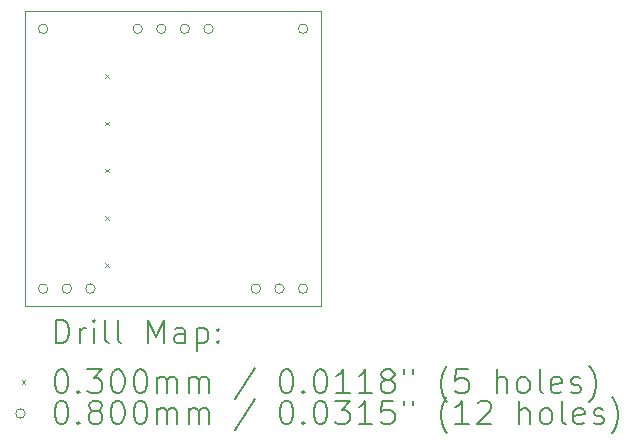
<source format=gbr>
%TF.GenerationSoftware,KiCad,Pcbnew,8.0.3*%
%TF.CreationDate,2024-07-13T00:09:22+02:00*%
%TF.ProjectId,Led Nixie,4c656420-4e69-4786-9965-2e6b69636164,rev?*%
%TF.SameCoordinates,Original*%
%TF.FileFunction,Drillmap*%
%TF.FilePolarity,Positive*%
%FSLAX45Y45*%
G04 Gerber Fmt 4.5, Leading zero omitted, Abs format (unit mm)*
G04 Created by KiCad (PCBNEW 8.0.3) date 2024-07-13 00:09:22*
%MOMM*%
%LPD*%
G01*
G04 APERTURE LIST*
%ADD10C,0.050000*%
%ADD11C,0.200000*%
%ADD12C,0.100000*%
G04 APERTURE END LIST*
D10*
X8750000Y-2750000D02*
X11250000Y-2750000D01*
X11250000Y-5250000D01*
X8750000Y-5250000D01*
X8750000Y-2750000D01*
D11*
D12*
X9425000Y-3285000D02*
X9455000Y-3315000D01*
X9455000Y-3285000D02*
X9425000Y-3315000D01*
X9425000Y-3685000D02*
X9455000Y-3715000D01*
X9455000Y-3685000D02*
X9425000Y-3715000D01*
X9425000Y-4085000D02*
X9455000Y-4115000D01*
X9455000Y-4085000D02*
X9425000Y-4115000D01*
X9425000Y-4485000D02*
X9455000Y-4515000D01*
X9455000Y-4485000D02*
X9425000Y-4515000D01*
X9425000Y-4885000D02*
X9455000Y-4915000D01*
X9455000Y-4885000D02*
X9425000Y-4915000D01*
X8940000Y-2900000D02*
G75*
G02*
X8860000Y-2900000I-40000J0D01*
G01*
X8860000Y-2900000D02*
G75*
G02*
X8940000Y-2900000I40000J0D01*
G01*
X8940000Y-5100000D02*
G75*
G02*
X8860000Y-5100000I-40000J0D01*
G01*
X8860000Y-5100000D02*
G75*
G02*
X8940000Y-5100000I40000J0D01*
G01*
X9140000Y-5100000D02*
G75*
G02*
X9060000Y-5100000I-40000J0D01*
G01*
X9060000Y-5100000D02*
G75*
G02*
X9140000Y-5100000I40000J0D01*
G01*
X9340000Y-5100000D02*
G75*
G02*
X9260000Y-5100000I-40000J0D01*
G01*
X9260000Y-5100000D02*
G75*
G02*
X9340000Y-5100000I40000J0D01*
G01*
X9740000Y-2900000D02*
G75*
G02*
X9660000Y-2900000I-40000J0D01*
G01*
X9660000Y-2900000D02*
G75*
G02*
X9740000Y-2900000I40000J0D01*
G01*
X9940000Y-2900000D02*
G75*
G02*
X9860000Y-2900000I-40000J0D01*
G01*
X9860000Y-2900000D02*
G75*
G02*
X9940000Y-2900000I40000J0D01*
G01*
X10140000Y-2900000D02*
G75*
G02*
X10060000Y-2900000I-40000J0D01*
G01*
X10060000Y-2900000D02*
G75*
G02*
X10140000Y-2900000I40000J0D01*
G01*
X10340000Y-2900000D02*
G75*
G02*
X10260000Y-2900000I-40000J0D01*
G01*
X10260000Y-2900000D02*
G75*
G02*
X10340000Y-2900000I40000J0D01*
G01*
X10740000Y-5100000D02*
G75*
G02*
X10660000Y-5100000I-40000J0D01*
G01*
X10660000Y-5100000D02*
G75*
G02*
X10740000Y-5100000I40000J0D01*
G01*
X10940000Y-5100000D02*
G75*
G02*
X10860000Y-5100000I-40000J0D01*
G01*
X10860000Y-5100000D02*
G75*
G02*
X10940000Y-5100000I40000J0D01*
G01*
X11140000Y-2900000D02*
G75*
G02*
X11060000Y-2900000I-40000J0D01*
G01*
X11060000Y-2900000D02*
G75*
G02*
X11140000Y-2900000I40000J0D01*
G01*
X11140000Y-5100000D02*
G75*
G02*
X11060000Y-5100000I-40000J0D01*
G01*
X11060000Y-5100000D02*
G75*
G02*
X11140000Y-5100000I40000J0D01*
G01*
D11*
X9008277Y-5563984D02*
X9008277Y-5363984D01*
X9008277Y-5363984D02*
X9055896Y-5363984D01*
X9055896Y-5363984D02*
X9084467Y-5373508D01*
X9084467Y-5373508D02*
X9103515Y-5392555D01*
X9103515Y-5392555D02*
X9113039Y-5411603D01*
X9113039Y-5411603D02*
X9122563Y-5449698D01*
X9122563Y-5449698D02*
X9122563Y-5478270D01*
X9122563Y-5478270D02*
X9113039Y-5516365D01*
X9113039Y-5516365D02*
X9103515Y-5535412D01*
X9103515Y-5535412D02*
X9084467Y-5554460D01*
X9084467Y-5554460D02*
X9055896Y-5563984D01*
X9055896Y-5563984D02*
X9008277Y-5563984D01*
X9208277Y-5563984D02*
X9208277Y-5430650D01*
X9208277Y-5468746D02*
X9217801Y-5449698D01*
X9217801Y-5449698D02*
X9227324Y-5440174D01*
X9227324Y-5440174D02*
X9246372Y-5430650D01*
X9246372Y-5430650D02*
X9265420Y-5430650D01*
X9332086Y-5563984D02*
X9332086Y-5430650D01*
X9332086Y-5363984D02*
X9322563Y-5373508D01*
X9322563Y-5373508D02*
X9332086Y-5383031D01*
X9332086Y-5383031D02*
X9341610Y-5373508D01*
X9341610Y-5373508D02*
X9332086Y-5363984D01*
X9332086Y-5363984D02*
X9332086Y-5383031D01*
X9455896Y-5563984D02*
X9436848Y-5554460D01*
X9436848Y-5554460D02*
X9427324Y-5535412D01*
X9427324Y-5535412D02*
X9427324Y-5363984D01*
X9560658Y-5563984D02*
X9541610Y-5554460D01*
X9541610Y-5554460D02*
X9532086Y-5535412D01*
X9532086Y-5535412D02*
X9532086Y-5363984D01*
X9789229Y-5563984D02*
X9789229Y-5363984D01*
X9789229Y-5363984D02*
X9855896Y-5506841D01*
X9855896Y-5506841D02*
X9922563Y-5363984D01*
X9922563Y-5363984D02*
X9922563Y-5563984D01*
X10103515Y-5563984D02*
X10103515Y-5459222D01*
X10103515Y-5459222D02*
X10093991Y-5440174D01*
X10093991Y-5440174D02*
X10074944Y-5430650D01*
X10074944Y-5430650D02*
X10036848Y-5430650D01*
X10036848Y-5430650D02*
X10017801Y-5440174D01*
X10103515Y-5554460D02*
X10084467Y-5563984D01*
X10084467Y-5563984D02*
X10036848Y-5563984D01*
X10036848Y-5563984D02*
X10017801Y-5554460D01*
X10017801Y-5554460D02*
X10008277Y-5535412D01*
X10008277Y-5535412D02*
X10008277Y-5516365D01*
X10008277Y-5516365D02*
X10017801Y-5497317D01*
X10017801Y-5497317D02*
X10036848Y-5487793D01*
X10036848Y-5487793D02*
X10084467Y-5487793D01*
X10084467Y-5487793D02*
X10103515Y-5478270D01*
X10198753Y-5430650D02*
X10198753Y-5630650D01*
X10198753Y-5440174D02*
X10217801Y-5430650D01*
X10217801Y-5430650D02*
X10255896Y-5430650D01*
X10255896Y-5430650D02*
X10274944Y-5440174D01*
X10274944Y-5440174D02*
X10284467Y-5449698D01*
X10284467Y-5449698D02*
X10293991Y-5468746D01*
X10293991Y-5468746D02*
X10293991Y-5525889D01*
X10293991Y-5525889D02*
X10284467Y-5544936D01*
X10284467Y-5544936D02*
X10274944Y-5554460D01*
X10274944Y-5554460D02*
X10255896Y-5563984D01*
X10255896Y-5563984D02*
X10217801Y-5563984D01*
X10217801Y-5563984D02*
X10198753Y-5554460D01*
X10379705Y-5544936D02*
X10389229Y-5554460D01*
X10389229Y-5554460D02*
X10379705Y-5563984D01*
X10379705Y-5563984D02*
X10370182Y-5554460D01*
X10370182Y-5554460D02*
X10379705Y-5544936D01*
X10379705Y-5544936D02*
X10379705Y-5563984D01*
X10379705Y-5440174D02*
X10389229Y-5449698D01*
X10389229Y-5449698D02*
X10379705Y-5459222D01*
X10379705Y-5459222D02*
X10370182Y-5449698D01*
X10370182Y-5449698D02*
X10379705Y-5440174D01*
X10379705Y-5440174D02*
X10379705Y-5459222D01*
D12*
X8717500Y-5877500D02*
X8747500Y-5907500D01*
X8747500Y-5877500D02*
X8717500Y-5907500D01*
D11*
X9046372Y-5783984D02*
X9065420Y-5783984D01*
X9065420Y-5783984D02*
X9084467Y-5793508D01*
X9084467Y-5793508D02*
X9093991Y-5803031D01*
X9093991Y-5803031D02*
X9103515Y-5822079D01*
X9103515Y-5822079D02*
X9113039Y-5860174D01*
X9113039Y-5860174D02*
X9113039Y-5907793D01*
X9113039Y-5907793D02*
X9103515Y-5945888D01*
X9103515Y-5945888D02*
X9093991Y-5964936D01*
X9093991Y-5964936D02*
X9084467Y-5974460D01*
X9084467Y-5974460D02*
X9065420Y-5983984D01*
X9065420Y-5983984D02*
X9046372Y-5983984D01*
X9046372Y-5983984D02*
X9027324Y-5974460D01*
X9027324Y-5974460D02*
X9017801Y-5964936D01*
X9017801Y-5964936D02*
X9008277Y-5945888D01*
X9008277Y-5945888D02*
X8998753Y-5907793D01*
X8998753Y-5907793D02*
X8998753Y-5860174D01*
X8998753Y-5860174D02*
X9008277Y-5822079D01*
X9008277Y-5822079D02*
X9017801Y-5803031D01*
X9017801Y-5803031D02*
X9027324Y-5793508D01*
X9027324Y-5793508D02*
X9046372Y-5783984D01*
X9198753Y-5964936D02*
X9208277Y-5974460D01*
X9208277Y-5974460D02*
X9198753Y-5983984D01*
X9198753Y-5983984D02*
X9189229Y-5974460D01*
X9189229Y-5974460D02*
X9198753Y-5964936D01*
X9198753Y-5964936D02*
X9198753Y-5983984D01*
X9274944Y-5783984D02*
X9398753Y-5783984D01*
X9398753Y-5783984D02*
X9332086Y-5860174D01*
X9332086Y-5860174D02*
X9360658Y-5860174D01*
X9360658Y-5860174D02*
X9379705Y-5869698D01*
X9379705Y-5869698D02*
X9389229Y-5879222D01*
X9389229Y-5879222D02*
X9398753Y-5898269D01*
X9398753Y-5898269D02*
X9398753Y-5945888D01*
X9398753Y-5945888D02*
X9389229Y-5964936D01*
X9389229Y-5964936D02*
X9379705Y-5974460D01*
X9379705Y-5974460D02*
X9360658Y-5983984D01*
X9360658Y-5983984D02*
X9303515Y-5983984D01*
X9303515Y-5983984D02*
X9284467Y-5974460D01*
X9284467Y-5974460D02*
X9274944Y-5964936D01*
X9522563Y-5783984D02*
X9541610Y-5783984D01*
X9541610Y-5783984D02*
X9560658Y-5793508D01*
X9560658Y-5793508D02*
X9570182Y-5803031D01*
X9570182Y-5803031D02*
X9579705Y-5822079D01*
X9579705Y-5822079D02*
X9589229Y-5860174D01*
X9589229Y-5860174D02*
X9589229Y-5907793D01*
X9589229Y-5907793D02*
X9579705Y-5945888D01*
X9579705Y-5945888D02*
X9570182Y-5964936D01*
X9570182Y-5964936D02*
X9560658Y-5974460D01*
X9560658Y-5974460D02*
X9541610Y-5983984D01*
X9541610Y-5983984D02*
X9522563Y-5983984D01*
X9522563Y-5983984D02*
X9503515Y-5974460D01*
X9503515Y-5974460D02*
X9493991Y-5964936D01*
X9493991Y-5964936D02*
X9484467Y-5945888D01*
X9484467Y-5945888D02*
X9474944Y-5907793D01*
X9474944Y-5907793D02*
X9474944Y-5860174D01*
X9474944Y-5860174D02*
X9484467Y-5822079D01*
X9484467Y-5822079D02*
X9493991Y-5803031D01*
X9493991Y-5803031D02*
X9503515Y-5793508D01*
X9503515Y-5793508D02*
X9522563Y-5783984D01*
X9713039Y-5783984D02*
X9732086Y-5783984D01*
X9732086Y-5783984D02*
X9751134Y-5793508D01*
X9751134Y-5793508D02*
X9760658Y-5803031D01*
X9760658Y-5803031D02*
X9770182Y-5822079D01*
X9770182Y-5822079D02*
X9779705Y-5860174D01*
X9779705Y-5860174D02*
X9779705Y-5907793D01*
X9779705Y-5907793D02*
X9770182Y-5945888D01*
X9770182Y-5945888D02*
X9760658Y-5964936D01*
X9760658Y-5964936D02*
X9751134Y-5974460D01*
X9751134Y-5974460D02*
X9732086Y-5983984D01*
X9732086Y-5983984D02*
X9713039Y-5983984D01*
X9713039Y-5983984D02*
X9693991Y-5974460D01*
X9693991Y-5974460D02*
X9684467Y-5964936D01*
X9684467Y-5964936D02*
X9674944Y-5945888D01*
X9674944Y-5945888D02*
X9665420Y-5907793D01*
X9665420Y-5907793D02*
X9665420Y-5860174D01*
X9665420Y-5860174D02*
X9674944Y-5822079D01*
X9674944Y-5822079D02*
X9684467Y-5803031D01*
X9684467Y-5803031D02*
X9693991Y-5793508D01*
X9693991Y-5793508D02*
X9713039Y-5783984D01*
X9865420Y-5983984D02*
X9865420Y-5850650D01*
X9865420Y-5869698D02*
X9874944Y-5860174D01*
X9874944Y-5860174D02*
X9893991Y-5850650D01*
X9893991Y-5850650D02*
X9922563Y-5850650D01*
X9922563Y-5850650D02*
X9941610Y-5860174D01*
X9941610Y-5860174D02*
X9951134Y-5879222D01*
X9951134Y-5879222D02*
X9951134Y-5983984D01*
X9951134Y-5879222D02*
X9960658Y-5860174D01*
X9960658Y-5860174D02*
X9979705Y-5850650D01*
X9979705Y-5850650D02*
X10008277Y-5850650D01*
X10008277Y-5850650D02*
X10027325Y-5860174D01*
X10027325Y-5860174D02*
X10036848Y-5879222D01*
X10036848Y-5879222D02*
X10036848Y-5983984D01*
X10132086Y-5983984D02*
X10132086Y-5850650D01*
X10132086Y-5869698D02*
X10141610Y-5860174D01*
X10141610Y-5860174D02*
X10160658Y-5850650D01*
X10160658Y-5850650D02*
X10189229Y-5850650D01*
X10189229Y-5850650D02*
X10208277Y-5860174D01*
X10208277Y-5860174D02*
X10217801Y-5879222D01*
X10217801Y-5879222D02*
X10217801Y-5983984D01*
X10217801Y-5879222D02*
X10227325Y-5860174D01*
X10227325Y-5860174D02*
X10246372Y-5850650D01*
X10246372Y-5850650D02*
X10274944Y-5850650D01*
X10274944Y-5850650D02*
X10293991Y-5860174D01*
X10293991Y-5860174D02*
X10303515Y-5879222D01*
X10303515Y-5879222D02*
X10303515Y-5983984D01*
X10693991Y-5774460D02*
X10522563Y-6031603D01*
X10951134Y-5783984D02*
X10970182Y-5783984D01*
X10970182Y-5783984D02*
X10989229Y-5793508D01*
X10989229Y-5793508D02*
X10998753Y-5803031D01*
X10998753Y-5803031D02*
X11008277Y-5822079D01*
X11008277Y-5822079D02*
X11017801Y-5860174D01*
X11017801Y-5860174D02*
X11017801Y-5907793D01*
X11017801Y-5907793D02*
X11008277Y-5945888D01*
X11008277Y-5945888D02*
X10998753Y-5964936D01*
X10998753Y-5964936D02*
X10989229Y-5974460D01*
X10989229Y-5974460D02*
X10970182Y-5983984D01*
X10970182Y-5983984D02*
X10951134Y-5983984D01*
X10951134Y-5983984D02*
X10932087Y-5974460D01*
X10932087Y-5974460D02*
X10922563Y-5964936D01*
X10922563Y-5964936D02*
X10913039Y-5945888D01*
X10913039Y-5945888D02*
X10903515Y-5907793D01*
X10903515Y-5907793D02*
X10903515Y-5860174D01*
X10903515Y-5860174D02*
X10913039Y-5822079D01*
X10913039Y-5822079D02*
X10922563Y-5803031D01*
X10922563Y-5803031D02*
X10932087Y-5793508D01*
X10932087Y-5793508D02*
X10951134Y-5783984D01*
X11103515Y-5964936D02*
X11113039Y-5974460D01*
X11113039Y-5974460D02*
X11103515Y-5983984D01*
X11103515Y-5983984D02*
X11093991Y-5974460D01*
X11093991Y-5974460D02*
X11103515Y-5964936D01*
X11103515Y-5964936D02*
X11103515Y-5983984D01*
X11236848Y-5783984D02*
X11255896Y-5783984D01*
X11255896Y-5783984D02*
X11274944Y-5793508D01*
X11274944Y-5793508D02*
X11284467Y-5803031D01*
X11284467Y-5803031D02*
X11293991Y-5822079D01*
X11293991Y-5822079D02*
X11303515Y-5860174D01*
X11303515Y-5860174D02*
X11303515Y-5907793D01*
X11303515Y-5907793D02*
X11293991Y-5945888D01*
X11293991Y-5945888D02*
X11284467Y-5964936D01*
X11284467Y-5964936D02*
X11274944Y-5974460D01*
X11274944Y-5974460D02*
X11255896Y-5983984D01*
X11255896Y-5983984D02*
X11236848Y-5983984D01*
X11236848Y-5983984D02*
X11217801Y-5974460D01*
X11217801Y-5974460D02*
X11208277Y-5964936D01*
X11208277Y-5964936D02*
X11198753Y-5945888D01*
X11198753Y-5945888D02*
X11189229Y-5907793D01*
X11189229Y-5907793D02*
X11189229Y-5860174D01*
X11189229Y-5860174D02*
X11198753Y-5822079D01*
X11198753Y-5822079D02*
X11208277Y-5803031D01*
X11208277Y-5803031D02*
X11217801Y-5793508D01*
X11217801Y-5793508D02*
X11236848Y-5783984D01*
X11493991Y-5983984D02*
X11379706Y-5983984D01*
X11436848Y-5983984D02*
X11436848Y-5783984D01*
X11436848Y-5783984D02*
X11417801Y-5812555D01*
X11417801Y-5812555D02*
X11398753Y-5831603D01*
X11398753Y-5831603D02*
X11379706Y-5841127D01*
X11684467Y-5983984D02*
X11570182Y-5983984D01*
X11627325Y-5983984D02*
X11627325Y-5783984D01*
X11627325Y-5783984D02*
X11608277Y-5812555D01*
X11608277Y-5812555D02*
X11589229Y-5831603D01*
X11589229Y-5831603D02*
X11570182Y-5841127D01*
X11798753Y-5869698D02*
X11779706Y-5860174D01*
X11779706Y-5860174D02*
X11770182Y-5850650D01*
X11770182Y-5850650D02*
X11760658Y-5831603D01*
X11760658Y-5831603D02*
X11760658Y-5822079D01*
X11760658Y-5822079D02*
X11770182Y-5803031D01*
X11770182Y-5803031D02*
X11779706Y-5793508D01*
X11779706Y-5793508D02*
X11798753Y-5783984D01*
X11798753Y-5783984D02*
X11836848Y-5783984D01*
X11836848Y-5783984D02*
X11855896Y-5793508D01*
X11855896Y-5793508D02*
X11865420Y-5803031D01*
X11865420Y-5803031D02*
X11874944Y-5822079D01*
X11874944Y-5822079D02*
X11874944Y-5831603D01*
X11874944Y-5831603D02*
X11865420Y-5850650D01*
X11865420Y-5850650D02*
X11855896Y-5860174D01*
X11855896Y-5860174D02*
X11836848Y-5869698D01*
X11836848Y-5869698D02*
X11798753Y-5869698D01*
X11798753Y-5869698D02*
X11779706Y-5879222D01*
X11779706Y-5879222D02*
X11770182Y-5888746D01*
X11770182Y-5888746D02*
X11760658Y-5907793D01*
X11760658Y-5907793D02*
X11760658Y-5945888D01*
X11760658Y-5945888D02*
X11770182Y-5964936D01*
X11770182Y-5964936D02*
X11779706Y-5974460D01*
X11779706Y-5974460D02*
X11798753Y-5983984D01*
X11798753Y-5983984D02*
X11836848Y-5983984D01*
X11836848Y-5983984D02*
X11855896Y-5974460D01*
X11855896Y-5974460D02*
X11865420Y-5964936D01*
X11865420Y-5964936D02*
X11874944Y-5945888D01*
X11874944Y-5945888D02*
X11874944Y-5907793D01*
X11874944Y-5907793D02*
X11865420Y-5888746D01*
X11865420Y-5888746D02*
X11855896Y-5879222D01*
X11855896Y-5879222D02*
X11836848Y-5869698D01*
X11951134Y-5783984D02*
X11951134Y-5822079D01*
X12027325Y-5783984D02*
X12027325Y-5822079D01*
X12322563Y-6060174D02*
X12313039Y-6050650D01*
X12313039Y-6050650D02*
X12293991Y-6022079D01*
X12293991Y-6022079D02*
X12284468Y-6003031D01*
X12284468Y-6003031D02*
X12274944Y-5974460D01*
X12274944Y-5974460D02*
X12265420Y-5926841D01*
X12265420Y-5926841D02*
X12265420Y-5888746D01*
X12265420Y-5888746D02*
X12274944Y-5841127D01*
X12274944Y-5841127D02*
X12284468Y-5812555D01*
X12284468Y-5812555D02*
X12293991Y-5793508D01*
X12293991Y-5793508D02*
X12313039Y-5764936D01*
X12313039Y-5764936D02*
X12322563Y-5755412D01*
X12493991Y-5783984D02*
X12398753Y-5783984D01*
X12398753Y-5783984D02*
X12389229Y-5879222D01*
X12389229Y-5879222D02*
X12398753Y-5869698D01*
X12398753Y-5869698D02*
X12417801Y-5860174D01*
X12417801Y-5860174D02*
X12465420Y-5860174D01*
X12465420Y-5860174D02*
X12484468Y-5869698D01*
X12484468Y-5869698D02*
X12493991Y-5879222D01*
X12493991Y-5879222D02*
X12503515Y-5898269D01*
X12503515Y-5898269D02*
X12503515Y-5945888D01*
X12503515Y-5945888D02*
X12493991Y-5964936D01*
X12493991Y-5964936D02*
X12484468Y-5974460D01*
X12484468Y-5974460D02*
X12465420Y-5983984D01*
X12465420Y-5983984D02*
X12417801Y-5983984D01*
X12417801Y-5983984D02*
X12398753Y-5974460D01*
X12398753Y-5974460D02*
X12389229Y-5964936D01*
X12741610Y-5983984D02*
X12741610Y-5783984D01*
X12827325Y-5983984D02*
X12827325Y-5879222D01*
X12827325Y-5879222D02*
X12817801Y-5860174D01*
X12817801Y-5860174D02*
X12798753Y-5850650D01*
X12798753Y-5850650D02*
X12770182Y-5850650D01*
X12770182Y-5850650D02*
X12751134Y-5860174D01*
X12751134Y-5860174D02*
X12741610Y-5869698D01*
X12951134Y-5983984D02*
X12932087Y-5974460D01*
X12932087Y-5974460D02*
X12922563Y-5964936D01*
X12922563Y-5964936D02*
X12913039Y-5945888D01*
X12913039Y-5945888D02*
X12913039Y-5888746D01*
X12913039Y-5888746D02*
X12922563Y-5869698D01*
X12922563Y-5869698D02*
X12932087Y-5860174D01*
X12932087Y-5860174D02*
X12951134Y-5850650D01*
X12951134Y-5850650D02*
X12979706Y-5850650D01*
X12979706Y-5850650D02*
X12998753Y-5860174D01*
X12998753Y-5860174D02*
X13008277Y-5869698D01*
X13008277Y-5869698D02*
X13017801Y-5888746D01*
X13017801Y-5888746D02*
X13017801Y-5945888D01*
X13017801Y-5945888D02*
X13008277Y-5964936D01*
X13008277Y-5964936D02*
X12998753Y-5974460D01*
X12998753Y-5974460D02*
X12979706Y-5983984D01*
X12979706Y-5983984D02*
X12951134Y-5983984D01*
X13132087Y-5983984D02*
X13113039Y-5974460D01*
X13113039Y-5974460D02*
X13103515Y-5955412D01*
X13103515Y-5955412D02*
X13103515Y-5783984D01*
X13284468Y-5974460D02*
X13265420Y-5983984D01*
X13265420Y-5983984D02*
X13227325Y-5983984D01*
X13227325Y-5983984D02*
X13208277Y-5974460D01*
X13208277Y-5974460D02*
X13198753Y-5955412D01*
X13198753Y-5955412D02*
X13198753Y-5879222D01*
X13198753Y-5879222D02*
X13208277Y-5860174D01*
X13208277Y-5860174D02*
X13227325Y-5850650D01*
X13227325Y-5850650D02*
X13265420Y-5850650D01*
X13265420Y-5850650D02*
X13284468Y-5860174D01*
X13284468Y-5860174D02*
X13293991Y-5879222D01*
X13293991Y-5879222D02*
X13293991Y-5898269D01*
X13293991Y-5898269D02*
X13198753Y-5917317D01*
X13370182Y-5974460D02*
X13389230Y-5983984D01*
X13389230Y-5983984D02*
X13427325Y-5983984D01*
X13427325Y-5983984D02*
X13446372Y-5974460D01*
X13446372Y-5974460D02*
X13455896Y-5955412D01*
X13455896Y-5955412D02*
X13455896Y-5945888D01*
X13455896Y-5945888D02*
X13446372Y-5926841D01*
X13446372Y-5926841D02*
X13427325Y-5917317D01*
X13427325Y-5917317D02*
X13398753Y-5917317D01*
X13398753Y-5917317D02*
X13379706Y-5907793D01*
X13379706Y-5907793D02*
X13370182Y-5888746D01*
X13370182Y-5888746D02*
X13370182Y-5879222D01*
X13370182Y-5879222D02*
X13379706Y-5860174D01*
X13379706Y-5860174D02*
X13398753Y-5850650D01*
X13398753Y-5850650D02*
X13427325Y-5850650D01*
X13427325Y-5850650D02*
X13446372Y-5860174D01*
X13522563Y-6060174D02*
X13532087Y-6050650D01*
X13532087Y-6050650D02*
X13551134Y-6022079D01*
X13551134Y-6022079D02*
X13560658Y-6003031D01*
X13560658Y-6003031D02*
X13570182Y-5974460D01*
X13570182Y-5974460D02*
X13579706Y-5926841D01*
X13579706Y-5926841D02*
X13579706Y-5888746D01*
X13579706Y-5888746D02*
X13570182Y-5841127D01*
X13570182Y-5841127D02*
X13560658Y-5812555D01*
X13560658Y-5812555D02*
X13551134Y-5793508D01*
X13551134Y-5793508D02*
X13532087Y-5764936D01*
X13532087Y-5764936D02*
X13522563Y-5755412D01*
D12*
X8747500Y-6156500D02*
G75*
G02*
X8667500Y-6156500I-40000J0D01*
G01*
X8667500Y-6156500D02*
G75*
G02*
X8747500Y-6156500I40000J0D01*
G01*
D11*
X9046372Y-6047984D02*
X9065420Y-6047984D01*
X9065420Y-6047984D02*
X9084467Y-6057508D01*
X9084467Y-6057508D02*
X9093991Y-6067031D01*
X9093991Y-6067031D02*
X9103515Y-6086079D01*
X9103515Y-6086079D02*
X9113039Y-6124174D01*
X9113039Y-6124174D02*
X9113039Y-6171793D01*
X9113039Y-6171793D02*
X9103515Y-6209888D01*
X9103515Y-6209888D02*
X9093991Y-6228936D01*
X9093991Y-6228936D02*
X9084467Y-6238460D01*
X9084467Y-6238460D02*
X9065420Y-6247984D01*
X9065420Y-6247984D02*
X9046372Y-6247984D01*
X9046372Y-6247984D02*
X9027324Y-6238460D01*
X9027324Y-6238460D02*
X9017801Y-6228936D01*
X9017801Y-6228936D02*
X9008277Y-6209888D01*
X9008277Y-6209888D02*
X8998753Y-6171793D01*
X8998753Y-6171793D02*
X8998753Y-6124174D01*
X8998753Y-6124174D02*
X9008277Y-6086079D01*
X9008277Y-6086079D02*
X9017801Y-6067031D01*
X9017801Y-6067031D02*
X9027324Y-6057508D01*
X9027324Y-6057508D02*
X9046372Y-6047984D01*
X9198753Y-6228936D02*
X9208277Y-6238460D01*
X9208277Y-6238460D02*
X9198753Y-6247984D01*
X9198753Y-6247984D02*
X9189229Y-6238460D01*
X9189229Y-6238460D02*
X9198753Y-6228936D01*
X9198753Y-6228936D02*
X9198753Y-6247984D01*
X9322563Y-6133698D02*
X9303515Y-6124174D01*
X9303515Y-6124174D02*
X9293991Y-6114650D01*
X9293991Y-6114650D02*
X9284467Y-6095603D01*
X9284467Y-6095603D02*
X9284467Y-6086079D01*
X9284467Y-6086079D02*
X9293991Y-6067031D01*
X9293991Y-6067031D02*
X9303515Y-6057508D01*
X9303515Y-6057508D02*
X9322563Y-6047984D01*
X9322563Y-6047984D02*
X9360658Y-6047984D01*
X9360658Y-6047984D02*
X9379705Y-6057508D01*
X9379705Y-6057508D02*
X9389229Y-6067031D01*
X9389229Y-6067031D02*
X9398753Y-6086079D01*
X9398753Y-6086079D02*
X9398753Y-6095603D01*
X9398753Y-6095603D02*
X9389229Y-6114650D01*
X9389229Y-6114650D02*
X9379705Y-6124174D01*
X9379705Y-6124174D02*
X9360658Y-6133698D01*
X9360658Y-6133698D02*
X9322563Y-6133698D01*
X9322563Y-6133698D02*
X9303515Y-6143222D01*
X9303515Y-6143222D02*
X9293991Y-6152746D01*
X9293991Y-6152746D02*
X9284467Y-6171793D01*
X9284467Y-6171793D02*
X9284467Y-6209888D01*
X9284467Y-6209888D02*
X9293991Y-6228936D01*
X9293991Y-6228936D02*
X9303515Y-6238460D01*
X9303515Y-6238460D02*
X9322563Y-6247984D01*
X9322563Y-6247984D02*
X9360658Y-6247984D01*
X9360658Y-6247984D02*
X9379705Y-6238460D01*
X9379705Y-6238460D02*
X9389229Y-6228936D01*
X9389229Y-6228936D02*
X9398753Y-6209888D01*
X9398753Y-6209888D02*
X9398753Y-6171793D01*
X9398753Y-6171793D02*
X9389229Y-6152746D01*
X9389229Y-6152746D02*
X9379705Y-6143222D01*
X9379705Y-6143222D02*
X9360658Y-6133698D01*
X9522563Y-6047984D02*
X9541610Y-6047984D01*
X9541610Y-6047984D02*
X9560658Y-6057508D01*
X9560658Y-6057508D02*
X9570182Y-6067031D01*
X9570182Y-6067031D02*
X9579705Y-6086079D01*
X9579705Y-6086079D02*
X9589229Y-6124174D01*
X9589229Y-6124174D02*
X9589229Y-6171793D01*
X9589229Y-6171793D02*
X9579705Y-6209888D01*
X9579705Y-6209888D02*
X9570182Y-6228936D01*
X9570182Y-6228936D02*
X9560658Y-6238460D01*
X9560658Y-6238460D02*
X9541610Y-6247984D01*
X9541610Y-6247984D02*
X9522563Y-6247984D01*
X9522563Y-6247984D02*
X9503515Y-6238460D01*
X9503515Y-6238460D02*
X9493991Y-6228936D01*
X9493991Y-6228936D02*
X9484467Y-6209888D01*
X9484467Y-6209888D02*
X9474944Y-6171793D01*
X9474944Y-6171793D02*
X9474944Y-6124174D01*
X9474944Y-6124174D02*
X9484467Y-6086079D01*
X9484467Y-6086079D02*
X9493991Y-6067031D01*
X9493991Y-6067031D02*
X9503515Y-6057508D01*
X9503515Y-6057508D02*
X9522563Y-6047984D01*
X9713039Y-6047984D02*
X9732086Y-6047984D01*
X9732086Y-6047984D02*
X9751134Y-6057508D01*
X9751134Y-6057508D02*
X9760658Y-6067031D01*
X9760658Y-6067031D02*
X9770182Y-6086079D01*
X9770182Y-6086079D02*
X9779705Y-6124174D01*
X9779705Y-6124174D02*
X9779705Y-6171793D01*
X9779705Y-6171793D02*
X9770182Y-6209888D01*
X9770182Y-6209888D02*
X9760658Y-6228936D01*
X9760658Y-6228936D02*
X9751134Y-6238460D01*
X9751134Y-6238460D02*
X9732086Y-6247984D01*
X9732086Y-6247984D02*
X9713039Y-6247984D01*
X9713039Y-6247984D02*
X9693991Y-6238460D01*
X9693991Y-6238460D02*
X9684467Y-6228936D01*
X9684467Y-6228936D02*
X9674944Y-6209888D01*
X9674944Y-6209888D02*
X9665420Y-6171793D01*
X9665420Y-6171793D02*
X9665420Y-6124174D01*
X9665420Y-6124174D02*
X9674944Y-6086079D01*
X9674944Y-6086079D02*
X9684467Y-6067031D01*
X9684467Y-6067031D02*
X9693991Y-6057508D01*
X9693991Y-6057508D02*
X9713039Y-6047984D01*
X9865420Y-6247984D02*
X9865420Y-6114650D01*
X9865420Y-6133698D02*
X9874944Y-6124174D01*
X9874944Y-6124174D02*
X9893991Y-6114650D01*
X9893991Y-6114650D02*
X9922563Y-6114650D01*
X9922563Y-6114650D02*
X9941610Y-6124174D01*
X9941610Y-6124174D02*
X9951134Y-6143222D01*
X9951134Y-6143222D02*
X9951134Y-6247984D01*
X9951134Y-6143222D02*
X9960658Y-6124174D01*
X9960658Y-6124174D02*
X9979705Y-6114650D01*
X9979705Y-6114650D02*
X10008277Y-6114650D01*
X10008277Y-6114650D02*
X10027325Y-6124174D01*
X10027325Y-6124174D02*
X10036848Y-6143222D01*
X10036848Y-6143222D02*
X10036848Y-6247984D01*
X10132086Y-6247984D02*
X10132086Y-6114650D01*
X10132086Y-6133698D02*
X10141610Y-6124174D01*
X10141610Y-6124174D02*
X10160658Y-6114650D01*
X10160658Y-6114650D02*
X10189229Y-6114650D01*
X10189229Y-6114650D02*
X10208277Y-6124174D01*
X10208277Y-6124174D02*
X10217801Y-6143222D01*
X10217801Y-6143222D02*
X10217801Y-6247984D01*
X10217801Y-6143222D02*
X10227325Y-6124174D01*
X10227325Y-6124174D02*
X10246372Y-6114650D01*
X10246372Y-6114650D02*
X10274944Y-6114650D01*
X10274944Y-6114650D02*
X10293991Y-6124174D01*
X10293991Y-6124174D02*
X10303515Y-6143222D01*
X10303515Y-6143222D02*
X10303515Y-6247984D01*
X10693991Y-6038460D02*
X10522563Y-6295603D01*
X10951134Y-6047984D02*
X10970182Y-6047984D01*
X10970182Y-6047984D02*
X10989229Y-6057508D01*
X10989229Y-6057508D02*
X10998753Y-6067031D01*
X10998753Y-6067031D02*
X11008277Y-6086079D01*
X11008277Y-6086079D02*
X11017801Y-6124174D01*
X11017801Y-6124174D02*
X11017801Y-6171793D01*
X11017801Y-6171793D02*
X11008277Y-6209888D01*
X11008277Y-6209888D02*
X10998753Y-6228936D01*
X10998753Y-6228936D02*
X10989229Y-6238460D01*
X10989229Y-6238460D02*
X10970182Y-6247984D01*
X10970182Y-6247984D02*
X10951134Y-6247984D01*
X10951134Y-6247984D02*
X10932087Y-6238460D01*
X10932087Y-6238460D02*
X10922563Y-6228936D01*
X10922563Y-6228936D02*
X10913039Y-6209888D01*
X10913039Y-6209888D02*
X10903515Y-6171793D01*
X10903515Y-6171793D02*
X10903515Y-6124174D01*
X10903515Y-6124174D02*
X10913039Y-6086079D01*
X10913039Y-6086079D02*
X10922563Y-6067031D01*
X10922563Y-6067031D02*
X10932087Y-6057508D01*
X10932087Y-6057508D02*
X10951134Y-6047984D01*
X11103515Y-6228936D02*
X11113039Y-6238460D01*
X11113039Y-6238460D02*
X11103515Y-6247984D01*
X11103515Y-6247984D02*
X11093991Y-6238460D01*
X11093991Y-6238460D02*
X11103515Y-6228936D01*
X11103515Y-6228936D02*
X11103515Y-6247984D01*
X11236848Y-6047984D02*
X11255896Y-6047984D01*
X11255896Y-6047984D02*
X11274944Y-6057508D01*
X11274944Y-6057508D02*
X11284467Y-6067031D01*
X11284467Y-6067031D02*
X11293991Y-6086079D01*
X11293991Y-6086079D02*
X11303515Y-6124174D01*
X11303515Y-6124174D02*
X11303515Y-6171793D01*
X11303515Y-6171793D02*
X11293991Y-6209888D01*
X11293991Y-6209888D02*
X11284467Y-6228936D01*
X11284467Y-6228936D02*
X11274944Y-6238460D01*
X11274944Y-6238460D02*
X11255896Y-6247984D01*
X11255896Y-6247984D02*
X11236848Y-6247984D01*
X11236848Y-6247984D02*
X11217801Y-6238460D01*
X11217801Y-6238460D02*
X11208277Y-6228936D01*
X11208277Y-6228936D02*
X11198753Y-6209888D01*
X11198753Y-6209888D02*
X11189229Y-6171793D01*
X11189229Y-6171793D02*
X11189229Y-6124174D01*
X11189229Y-6124174D02*
X11198753Y-6086079D01*
X11198753Y-6086079D02*
X11208277Y-6067031D01*
X11208277Y-6067031D02*
X11217801Y-6057508D01*
X11217801Y-6057508D02*
X11236848Y-6047984D01*
X11370182Y-6047984D02*
X11493991Y-6047984D01*
X11493991Y-6047984D02*
X11427325Y-6124174D01*
X11427325Y-6124174D02*
X11455896Y-6124174D01*
X11455896Y-6124174D02*
X11474944Y-6133698D01*
X11474944Y-6133698D02*
X11484467Y-6143222D01*
X11484467Y-6143222D02*
X11493991Y-6162269D01*
X11493991Y-6162269D02*
X11493991Y-6209888D01*
X11493991Y-6209888D02*
X11484467Y-6228936D01*
X11484467Y-6228936D02*
X11474944Y-6238460D01*
X11474944Y-6238460D02*
X11455896Y-6247984D01*
X11455896Y-6247984D02*
X11398753Y-6247984D01*
X11398753Y-6247984D02*
X11379706Y-6238460D01*
X11379706Y-6238460D02*
X11370182Y-6228936D01*
X11684467Y-6247984D02*
X11570182Y-6247984D01*
X11627325Y-6247984D02*
X11627325Y-6047984D01*
X11627325Y-6047984D02*
X11608277Y-6076555D01*
X11608277Y-6076555D02*
X11589229Y-6095603D01*
X11589229Y-6095603D02*
X11570182Y-6105127D01*
X11865420Y-6047984D02*
X11770182Y-6047984D01*
X11770182Y-6047984D02*
X11760658Y-6143222D01*
X11760658Y-6143222D02*
X11770182Y-6133698D01*
X11770182Y-6133698D02*
X11789229Y-6124174D01*
X11789229Y-6124174D02*
X11836848Y-6124174D01*
X11836848Y-6124174D02*
X11855896Y-6133698D01*
X11855896Y-6133698D02*
X11865420Y-6143222D01*
X11865420Y-6143222D02*
X11874944Y-6162269D01*
X11874944Y-6162269D02*
X11874944Y-6209888D01*
X11874944Y-6209888D02*
X11865420Y-6228936D01*
X11865420Y-6228936D02*
X11855896Y-6238460D01*
X11855896Y-6238460D02*
X11836848Y-6247984D01*
X11836848Y-6247984D02*
X11789229Y-6247984D01*
X11789229Y-6247984D02*
X11770182Y-6238460D01*
X11770182Y-6238460D02*
X11760658Y-6228936D01*
X11951134Y-6047984D02*
X11951134Y-6086079D01*
X12027325Y-6047984D02*
X12027325Y-6086079D01*
X12322563Y-6324174D02*
X12313039Y-6314650D01*
X12313039Y-6314650D02*
X12293991Y-6286079D01*
X12293991Y-6286079D02*
X12284468Y-6267031D01*
X12284468Y-6267031D02*
X12274944Y-6238460D01*
X12274944Y-6238460D02*
X12265420Y-6190841D01*
X12265420Y-6190841D02*
X12265420Y-6152746D01*
X12265420Y-6152746D02*
X12274944Y-6105127D01*
X12274944Y-6105127D02*
X12284468Y-6076555D01*
X12284468Y-6076555D02*
X12293991Y-6057508D01*
X12293991Y-6057508D02*
X12313039Y-6028936D01*
X12313039Y-6028936D02*
X12322563Y-6019412D01*
X12503515Y-6247984D02*
X12389229Y-6247984D01*
X12446372Y-6247984D02*
X12446372Y-6047984D01*
X12446372Y-6047984D02*
X12427325Y-6076555D01*
X12427325Y-6076555D02*
X12408277Y-6095603D01*
X12408277Y-6095603D02*
X12389229Y-6105127D01*
X12579706Y-6067031D02*
X12589229Y-6057508D01*
X12589229Y-6057508D02*
X12608277Y-6047984D01*
X12608277Y-6047984D02*
X12655896Y-6047984D01*
X12655896Y-6047984D02*
X12674944Y-6057508D01*
X12674944Y-6057508D02*
X12684468Y-6067031D01*
X12684468Y-6067031D02*
X12693991Y-6086079D01*
X12693991Y-6086079D02*
X12693991Y-6105127D01*
X12693991Y-6105127D02*
X12684468Y-6133698D01*
X12684468Y-6133698D02*
X12570182Y-6247984D01*
X12570182Y-6247984D02*
X12693991Y-6247984D01*
X12932087Y-6247984D02*
X12932087Y-6047984D01*
X13017801Y-6247984D02*
X13017801Y-6143222D01*
X13017801Y-6143222D02*
X13008277Y-6124174D01*
X13008277Y-6124174D02*
X12989230Y-6114650D01*
X12989230Y-6114650D02*
X12960658Y-6114650D01*
X12960658Y-6114650D02*
X12941610Y-6124174D01*
X12941610Y-6124174D02*
X12932087Y-6133698D01*
X13141610Y-6247984D02*
X13122563Y-6238460D01*
X13122563Y-6238460D02*
X13113039Y-6228936D01*
X13113039Y-6228936D02*
X13103515Y-6209888D01*
X13103515Y-6209888D02*
X13103515Y-6152746D01*
X13103515Y-6152746D02*
X13113039Y-6133698D01*
X13113039Y-6133698D02*
X13122563Y-6124174D01*
X13122563Y-6124174D02*
X13141610Y-6114650D01*
X13141610Y-6114650D02*
X13170182Y-6114650D01*
X13170182Y-6114650D02*
X13189230Y-6124174D01*
X13189230Y-6124174D02*
X13198753Y-6133698D01*
X13198753Y-6133698D02*
X13208277Y-6152746D01*
X13208277Y-6152746D02*
X13208277Y-6209888D01*
X13208277Y-6209888D02*
X13198753Y-6228936D01*
X13198753Y-6228936D02*
X13189230Y-6238460D01*
X13189230Y-6238460D02*
X13170182Y-6247984D01*
X13170182Y-6247984D02*
X13141610Y-6247984D01*
X13322563Y-6247984D02*
X13303515Y-6238460D01*
X13303515Y-6238460D02*
X13293991Y-6219412D01*
X13293991Y-6219412D02*
X13293991Y-6047984D01*
X13474944Y-6238460D02*
X13455896Y-6247984D01*
X13455896Y-6247984D02*
X13417801Y-6247984D01*
X13417801Y-6247984D02*
X13398753Y-6238460D01*
X13398753Y-6238460D02*
X13389230Y-6219412D01*
X13389230Y-6219412D02*
X13389230Y-6143222D01*
X13389230Y-6143222D02*
X13398753Y-6124174D01*
X13398753Y-6124174D02*
X13417801Y-6114650D01*
X13417801Y-6114650D02*
X13455896Y-6114650D01*
X13455896Y-6114650D02*
X13474944Y-6124174D01*
X13474944Y-6124174D02*
X13484468Y-6143222D01*
X13484468Y-6143222D02*
X13484468Y-6162269D01*
X13484468Y-6162269D02*
X13389230Y-6181317D01*
X13560658Y-6238460D02*
X13579706Y-6247984D01*
X13579706Y-6247984D02*
X13617801Y-6247984D01*
X13617801Y-6247984D02*
X13636849Y-6238460D01*
X13636849Y-6238460D02*
X13646372Y-6219412D01*
X13646372Y-6219412D02*
X13646372Y-6209888D01*
X13646372Y-6209888D02*
X13636849Y-6190841D01*
X13636849Y-6190841D02*
X13617801Y-6181317D01*
X13617801Y-6181317D02*
X13589230Y-6181317D01*
X13589230Y-6181317D02*
X13570182Y-6171793D01*
X13570182Y-6171793D02*
X13560658Y-6152746D01*
X13560658Y-6152746D02*
X13560658Y-6143222D01*
X13560658Y-6143222D02*
X13570182Y-6124174D01*
X13570182Y-6124174D02*
X13589230Y-6114650D01*
X13589230Y-6114650D02*
X13617801Y-6114650D01*
X13617801Y-6114650D02*
X13636849Y-6124174D01*
X13713039Y-6324174D02*
X13722563Y-6314650D01*
X13722563Y-6314650D02*
X13741611Y-6286079D01*
X13741611Y-6286079D02*
X13751134Y-6267031D01*
X13751134Y-6267031D02*
X13760658Y-6238460D01*
X13760658Y-6238460D02*
X13770182Y-6190841D01*
X13770182Y-6190841D02*
X13770182Y-6152746D01*
X13770182Y-6152746D02*
X13760658Y-6105127D01*
X13760658Y-6105127D02*
X13751134Y-6076555D01*
X13751134Y-6076555D02*
X13741611Y-6057508D01*
X13741611Y-6057508D02*
X13722563Y-6028936D01*
X13722563Y-6028936D02*
X13713039Y-6019412D01*
M02*

</source>
